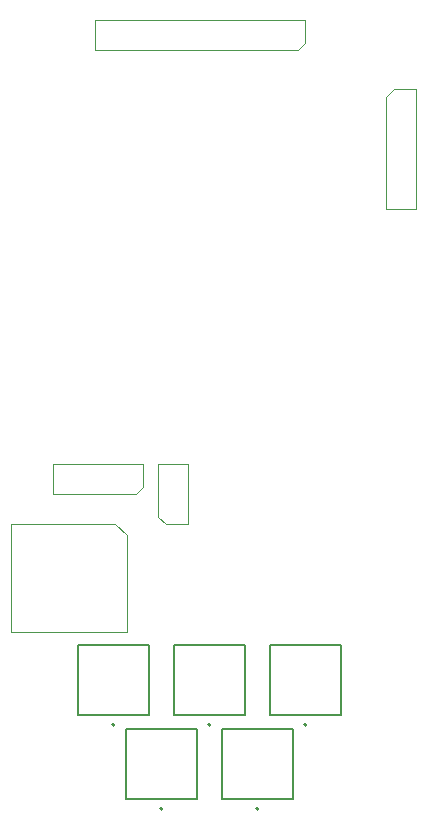
<source format=gbr>
%TF.GenerationSoftware,KiCad,Pcbnew,7.0.7*%
%TF.CreationDate,2025-03-26T10:17:06+05:30*%
%TF.ProjectId,VibAndHeat_Version1,56696241-6e64-4486-9561-745f56657273,rev?*%
%TF.SameCoordinates,Original*%
%TF.FileFunction,AssemblyDrawing,Bot*%
%FSLAX46Y46*%
G04 Gerber Fmt 4.6, Leading zero omitted, Abs format (unit mm)*
G04 Created by KiCad (PCBNEW 7.0.7) date 2025-03-26 10:17:06*
%MOMM*%
%LPD*%
G01*
G04 APERTURE LIST*
%ADD10C,0.100000*%
%ADD11C,0.127000*%
%ADD12C,0.200000*%
G04 APERTURE END LIST*
D10*
%TO.C,U1*%
X126238000Y-105918000D02*
X133223000Y-105918000D01*
X133223000Y-105918000D02*
X133858000Y-105283000D01*
X133858000Y-105283000D02*
X133858000Y-103378000D01*
X126238000Y-103378000D02*
X126238000Y-105918000D01*
X133858000Y-103378000D02*
X126238000Y-103378000D01*
D11*
%TO.C,Button5*%
X144574000Y-124626000D02*
X144574000Y-118626000D01*
X150574000Y-124626000D02*
X144574000Y-124626000D01*
X144574000Y-118626000D02*
X150574000Y-118626000D01*
X150574000Y-118626000D02*
X150574000Y-124626000D01*
D12*
X147674000Y-125426000D02*
G75*
G03*
X147674000Y-125426000I-100000J0D01*
G01*
D10*
%TO.C,J7*%
X156972000Y-81788000D02*
X156972000Y-71628000D01*
X156972000Y-71628000D02*
X155067000Y-71628000D01*
X155067000Y-71628000D02*
X154432000Y-72263000D01*
X154432000Y-81788000D02*
X156972000Y-81788000D01*
X154432000Y-72263000D02*
X154432000Y-81788000D01*
D11*
%TO.C,Button2*%
X140510000Y-131738000D02*
X140510000Y-125738000D01*
X146510000Y-131738000D02*
X140510000Y-131738000D01*
X140510000Y-125738000D02*
X146510000Y-125738000D01*
X146510000Y-125738000D02*
X146510000Y-131738000D01*
D12*
X143610000Y-132538000D02*
G75*
G03*
X143610000Y-132538000I-100000J0D01*
G01*
D11*
%TO.C,Button4*%
X136446000Y-124626000D02*
X136446000Y-118626000D01*
X142446000Y-124626000D02*
X136446000Y-124626000D01*
X136446000Y-118626000D02*
X142446000Y-118626000D01*
X142446000Y-118626000D02*
X142446000Y-124626000D01*
D12*
X139546000Y-125426000D02*
G75*
G03*
X139546000Y-125426000I-100000J0D01*
G01*
D11*
%TO.C,Button3*%
X128318000Y-124626000D02*
X128318000Y-118626000D01*
X134318000Y-124626000D02*
X128318000Y-124626000D01*
X128318000Y-118626000D02*
X134318000Y-118626000D01*
X134318000Y-118626000D02*
X134318000Y-124626000D01*
D12*
X131418000Y-125426000D02*
G75*
G03*
X131418000Y-125426000I-100000J0D01*
G01*
D11*
%TO.C,Button1*%
X132382000Y-131738000D02*
X132382000Y-125738000D01*
X138382000Y-131738000D02*
X132382000Y-131738000D01*
X132382000Y-125738000D02*
X138382000Y-125738000D01*
X138382000Y-125738000D02*
X138382000Y-131738000D01*
D12*
X135482000Y-132538000D02*
G75*
G03*
X135482000Y-132538000I-100000J0D01*
G01*
D10*
%TO.C,SW1*%
X132448000Y-117582000D02*
X132448000Y-109382000D01*
X132448000Y-109382000D02*
X131448000Y-108382000D01*
X131448000Y-108382000D02*
X122648000Y-108382000D01*
X122648000Y-117582000D02*
X132448000Y-117582000D01*
X122648000Y-108382000D02*
X122648000Y-117582000D01*
%TO.C,J8*%
X129799000Y-68326000D02*
X146944000Y-68326000D01*
X146944000Y-68326000D02*
X147579000Y-67691000D01*
X147579000Y-67691000D02*
X147579000Y-65786000D01*
X129799000Y-65786000D02*
X129799000Y-68326000D01*
X147579000Y-65786000D02*
X129799000Y-65786000D01*
%TO.C,J5*%
X135128000Y-103383000D02*
X135128000Y-107828000D01*
X135128000Y-107828000D02*
X135763000Y-108463000D01*
X135763000Y-108463000D02*
X137668000Y-108463000D01*
X137668000Y-103383000D02*
X135128000Y-103383000D01*
X137668000Y-108463000D02*
X137668000Y-103383000D01*
%TD*%
M02*

</source>
